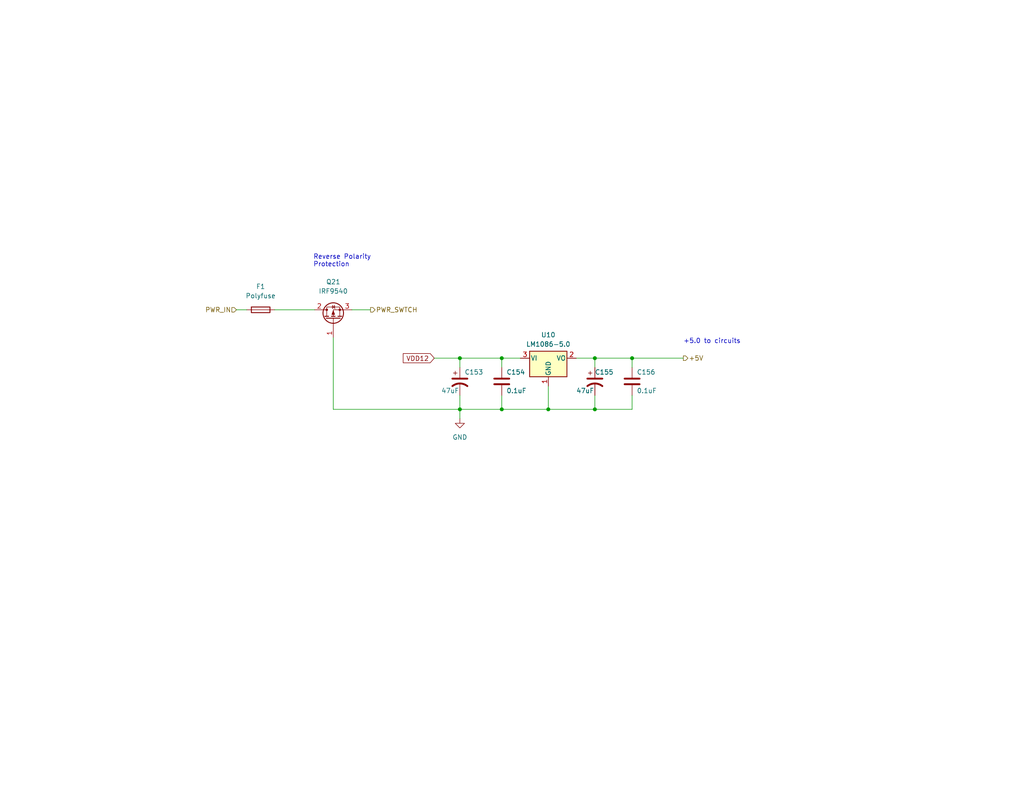
<source format=kicad_sch>
(kicad_sch (version 20230121) (generator eeschema)
  (paper "A")
  (lib_symbols
    (symbol "Device:C" (pin_numbers hide) (pin_names (offset 0.254))
      (property "Reference" "C" (at 0.635 2.54 0))
      (property "Value" "C" (at 0.635 -2.54 0))
      (symbol "C_0_1"
        (polyline (pts (xy -2.032 -0.762) (xy 2.032 -0.762)) (stroke (width 0.508)))
        (polyline (pts (xy -2.032 0.762) (xy 2.032 0.762)) (stroke (width 0.508)))
      )
      (symbol "C_1_1"
        (pin passive line (at 0 3.81 270) (length 2.794) (name "~") (number "1"))
        (pin passive line (at 0 -3.81 90) (length 2.794) (name "~") (number "2"))
      )
    )
    (symbol "Device:C_Polarized_US" (pin_numbers hide) (pin_names (offset 0.254) hide)
      (property "Reference" "C" (at 0.635 2.54 0))
      (property "Value" "C_Polarized_US" (at 0.635 -2.54 0))
      (symbol "C_Polarized_US_0_1"
        (polyline (pts (xy -2.032 0.762) (xy 2.032 0.762)) (stroke (width 0.508)))
        (polyline (pts (xy -1.778 2.286) (xy -0.762 2.286)))
        (polyline (pts (xy -1.27 1.778) (xy -1.27 2.794)))
        (arc (start 2.032 -1.27) (mid 0 -0.5572) (end -2.032 -1.27) (stroke (width 0.508)))
      )
      (symbol "C_Polarized_US_1_1"
        (pin passive line (at 0 3.81 270) (length 2.794) (name "~") (number "1"))
        (pin passive line (at 0 -3.81 90) (length 3.302) (name "~") (number "2"))
      )
    )
    (symbol "Device:Fuse" (pin_numbers hide) (pin_names (offset 0))
      (property "Reference" "F" (at 2.032 0 90))
      (property "Value" "Fuse" (at -1.905 0 90))
      (symbol "Fuse_0_1"
        (rectangle (start -0.762 -2.54) (end 0.762 2.54) (stroke (width 0.254)))
        (polyline (pts (xy 0 2.54) (xy 0 -2.54)))
      )
      (symbol "Fuse_1_1"
        (pin passive line (at 0 3.81 270) (length 1.27) (name "~") (number "1"))
        (pin passive line (at 0 -3.81 90) (length 1.27) (name "~") (number "2"))
      )
    )
    (symbol "Device:Q_PMOS_GDS" (pin_names (offset 0) hide)
      (property "Reference" "Q" (at 5.08 1.27 0))
      (property "Value" "Q_PMOS_GDS" (at 5.08 -1.27 0))
      (symbol "Q_PMOS_GDS_0_1"
        (polyline (pts (xy 0.254 0) (xy -2.54 0)))
        (polyline (pts (xy 0.254 1.905) (xy 0.254 -1.905)) (stroke (width 0.254)))
        (polyline (pts (xy 0.762 -1.27) (xy 0.762 -2.286)) (stroke (width 0.254)))
        (polyline (pts (xy 0.762 0.508) (xy 0.762 -0.508)) (stroke (width 0.254)))
        (polyline (pts (xy 0.762 2.286) (xy 0.762 1.27)) (stroke (width 0.254)))
        (polyline (pts (xy 2.54 2.54) (xy 2.54 1.778)))
        (polyline (pts (xy 2.54 -2.54) (xy 2.54 0) (xy 0.762 0)))
        (polyline (pts (xy 0.762 1.778) (xy 3.302 1.778) (xy 3.302 -1.778) (xy 0.762 -1.778)))
        (polyline (pts (xy 2.286 0) (xy 1.27 0.381) (xy 1.27 -0.381) (xy 2.286 0)) (fill (type outline)))
        (polyline (pts (xy 2.794 -0.508) (xy 2.921 -0.381) (xy 3.683 -0.381) (xy 3.81 -0.254)))
        (polyline (pts (xy 3.302 -0.381) (xy 2.921 0.254) (xy 3.683 0.254) (xy 3.302 -0.381)))
        (circle (center 1.651 0) (radius 2.794) (stroke (width 0.254)))
        (circle (center 2.54 -1.778) (radius 0.254) (fill (type outline)))
        (circle (center 2.54 1.778) (radius 0.254) (fill (type outline)))
      )
      (symbol "Q_PMOS_GDS_1_1"
        (pin input line (at -5.08 0 0) (length 2.54) (name "G") (number "1"))
        (pin passive line (at 2.54 5.08 270) (length 2.54) (name "D") (number "2"))
        (pin passive line (at 2.54 -5.08 90) (length 2.54) (name "S") (number "3"))
      )
    )
    (symbol "Regulator_Linear:LM1085-5.0" (pin_names (offset 0.254))
      (property "Reference" "U" (at -3.81 3.175 0))
      (property "Value" "LM1085-5.0" (at 0 3.175 0))
      (symbol "LM1085-5.0_0_1"
        (rectangle (start -5.08 1.905) (end 5.08 -5.08) (stroke (width 0.254)) (fill (type background)))
      )
      (symbol "LM1085-5.0_1_1"
        (pin power_in line (at 0 -7.62 90) (length 2.54) (name "GND") (number "1"))
        (pin power_out line (at 7.62 0 180) (length 2.54) (name "VO") (number "2"))
        (pin power_in line (at -7.62 0 0) (length 2.54) (name "VI") (number "3"))
      )
    )
    (symbol "power:GND" (power) (pin_names (offset 0))
      (property "Value" "GND" (at 0 -3.81 0))
      (symbol "GND_0_1"
        (polyline (pts (xy 0 0) (xy 0 -1.27) (xy 1.27 -1.27) (xy 0 -2.54) (xy -1.27 -1.27) (xy 0 -1.27)))
      )
      (symbol "GND_1_1"
        (pin power_in line (at 0 0 270) (length 0) hide (name "GND") (number "1"))
      )
    )
  )
  (junction (at 136.906 97.79))
  (junction (at 162.306 97.79))
  (junction (at 162.306 111.76))
  (junction (at 172.466 97.79))
  (junction (at 125.476 111.76))
  (junction (at 149.606 111.76))
  (junction (at 125.476 97.79))
  (junction (at 136.906 111.76))
  (wire (pts (xy 162.306 107.95) (xy 162.306 111.76)))
  (wire (pts (xy 90.932 111.76) (xy 125.476 111.76)))
  (wire (pts (xy 136.906 97.79) (xy 141.986 97.79)))
  (wire (pts (xy 125.476 97.79) (xy 136.906 97.79)))
  (wire (pts (xy 149.606 111.76) (xy 136.906 111.76)))
  (wire (pts (xy 125.476 100.33) (xy 125.476 97.79)))
  (wire (pts (xy 172.466 97.79) (xy 172.466 100.33)))
  (wire (pts (xy 118.491 97.79) (xy 125.476 97.79)))
  (wire (pts (xy 157.226 97.79) (xy 162.306 97.79)))
  (wire (pts (xy 125.476 107.95) (xy 125.476 111.76)))
  (wire (pts (xy 172.466 107.95) (xy 172.466 111.76)))
  (wire (pts (xy 136.906 97.79) (xy 136.906 100.33)))
  (wire (pts (xy 136.906 107.95) (xy 136.906 111.76)))
  (wire (pts (xy 172.466 97.79) (xy 186.436 97.79)))
  (wire (pts (xy 90.932 92.202) (xy 90.932 111.76)))
  (wire (pts (xy 136.906 111.76) (xy 125.476 111.76)))
  (wire (pts (xy 74.93 84.582) (xy 85.852 84.582)))
  (wire (pts (xy 162.306 97.79) (xy 162.306 100.33)))
  (wire (pts (xy 64.516 84.582) (xy 67.31 84.582)))
  (wire (pts (xy 162.306 111.76) (xy 172.466 111.76)))
  (wire (pts (xy 149.606 105.41) (xy 149.606 111.76)))
  (wire (pts (xy 162.306 111.76) (xy 149.606 111.76)))
  (wire (pts (xy 125.476 111.76) (xy 125.476 114.3)))
  (wire (pts (xy 96.012 84.582) (xy 101.092 84.582)))
  (wire (pts (xy 162.306 97.79) (xy 172.466 97.79)))
  (text "Reverse Polarity\nProtection" (at 85.471 73.025 0) (effects (font (size 1.27 1.27)) (justify left bottom)))
  (text "+5.0 to circuits" (at 186.436 93.98 0) (effects (font (size 1.27 1.27)) (justify left bottom)))
  (global_label "VDD12" (shape input) (at 118.491 97.79 180) (property "Intersheetrefs" "${INTERSHEET_REFS}" (effects hide)))
  (hierarchical_label "PWR_IN" (shape input) (at 64.516 84.582 180))
  (hierarchical_label "+5V" (shape output) (at 186.436 97.79 0))
  (hierarchical_label "PWR_SWTCH" (shape output) (at 101.092 84.582 0))
  (symbol (lib_id "Device:C_Polarized_US") (at 162.306 104.14 0) (unit 1)
    (property "Reference" "C155" (at 162.306 101.6 0) (effects (justify left)))
    (property "Value" "47uF" (at 157.226 106.68 0) (effects (justify left)))
    (property "Footprint" "Capacitor_THT:CP_Radial_D7.5mm_P2.50mm" (effects hide))
    (instances (project "powerAmp" (path "" (reference "C155") (unit 1))) (project "fieldRadio_1.2" (path "" (reference "C155") (unit 1))) (project "" (path "" (reference "C3") (unit 1))))
  )
  (symbol (lib_id "Device:C") (at 136.906 104.14 0) (unit 1)
    (property "Reference" "C154" (at 138.176 101.6 0) (effects (justify left)))
    (property "Value" "0.1uF" (at 138.176 106.68 0) (effects (justify left)))
    (property "Footprint" "Capacitor_SMD:C_0603_1608Metric_Pad1.08x0.95mm_HandSolder" (effects hide))
    (instances (project "powerAmp" (path "" (reference "C154") (unit 1))) (project "fieldRadio_1.2" (path "" (reference "C154") (unit 1))) (project "" (path "" (reference "C2") (unit 1))))
  )
  (symbol (lib_id "Regulator_Linear:LM1085-5.0") (at 149.606 97.79 0) (unit 1)
    (property "Reference" "U10" (at 149.606 91.44 0))
    (property "Value" "LM1086-5.0" (at 149.606 93.98 0))
    (property "Footprint" "Package_TO_SOT_THT:TO-220-3_Vertical" (effects hide))
    (property "Datasheet" "http://www.ti.com/lit/ds/symlink/lm1085.pdf" (effects hide))
    (instances (project "powerAmp" (path "" (reference "U10") (unit 1))) (project "fieldRadio_1.2" (path "" (reference "U10") (unit 1))) (project "" (path "" (reference "U1") (unit 1))))
  )
  (symbol (lib_id "Device:Q_PMOS_GDS") (at 90.932 87.122 90) (unit 1)
    (property "Reference" "Q21" (at 90.932 76.962 90))
    (property "Value" "IRF9540" (at 90.932 79.502 90))
    (property "Footprint" "Package_TO_SOT_THT:TO-220-3_Vertical" (effects hide))
    (instances (project "powerAmp" (path "" (reference "Q21") (unit 1))) (project "fieldRadio_1.2" (path "" (reference "Q21") (unit 1))) (project "" (path "" (reference "Q1") (unit 1))))
  )
  (symbol (lib_id "Device:C") (at 172.466 104.14 0) (unit 1)
    (property "Reference" "C156" (at 173.736 101.6 0) (effects (justify left)))
    (property "Value" "0.1uF" (at 173.736 106.68 0) (effects (justify left)))
    (property "Footprint" "Capacitor_SMD:C_0603_1608Metric_Pad1.08x0.95mm_HandSolder" (effects hide))
    (instances (project "powerAmp" (path "" (reference "C156") (unit 1))) (project "fieldRadio_1.2" (path "" (reference "C156") (unit 1))) (project "" (path "" (reference "C4") (unit 1))))
  )
  (symbol (lib_id "Device:Fuse") (at 71.12 84.582 90) (unit 1)
    (property "Reference" "F1" (at 71.12 78.232 90))
    (property "Value" "Polyfuse" (at 71.12 80.772 90))
    (property "Footprint" "Fuse:Fuse_2920_7451Metric_Pad2.10x5.45mm_HandSolder" (effects hide))
  )
  (symbol (lib_id "Device:C_Polarized_US") (at 125.476 104.14 0) (unit 1)
    (property "Reference" "C153" (at 126.746 101.6 0) (effects (justify left)))
    (property "Value" "47uF" (at 120.396 106.68 0) (effects (justify left)))
    (property "Footprint" "Capacitor_THT:CP_Radial_D7.5mm_P2.50mm" (effects hide))
    (instances (project "powerAmp" (path "" (reference "C153") (unit 1))) (project "fieldRadio_1.2" (path "" (reference "C153") (unit 1))) (project "" (path "" (reference "C1") (unit 1))))
  )
  (symbol (lib_id "power:GND") (at 125.476 114.3 0) (unit 1)
    (property "Reference" "#PWR039" (effects hide))
    (property "Value" "GND" (at 125.476 119.38 0))
    (instances (project "powerAmp" (path "" (reference "#PWR039") (unit 1))) (project "fieldRadio_1.2" (path "" (reference "#PWR039") (unit 1))) (project "" (path "" (reference "#PWR01") (unit 1))))
  )
)
</source>
